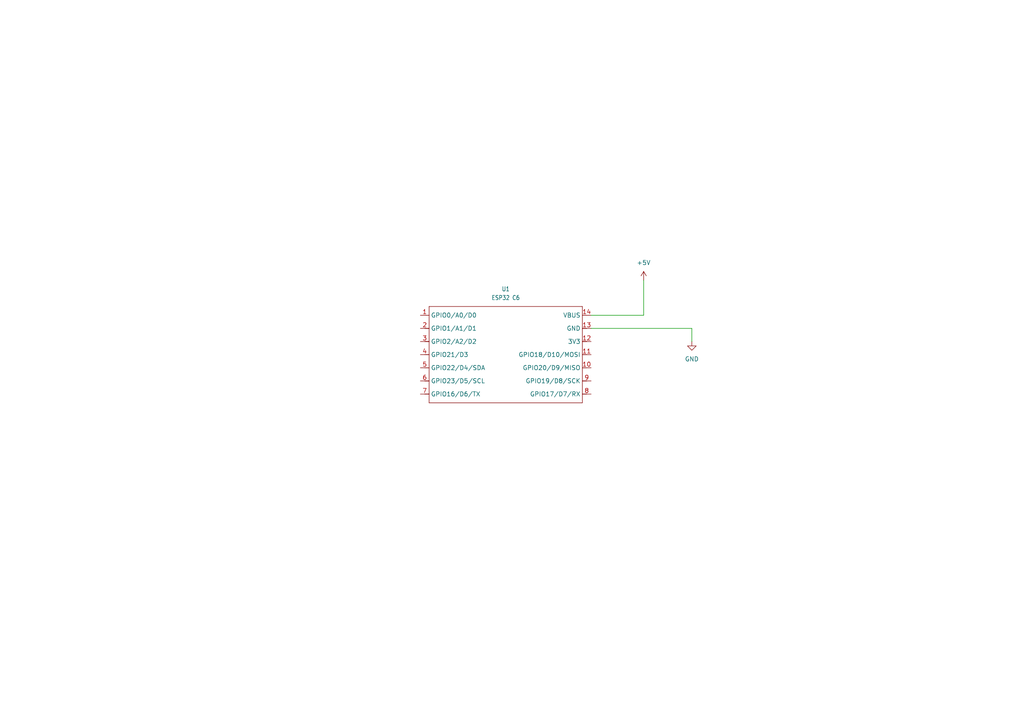
<source format=kicad_sch>
(kicad_sch (version 20250114) (generator "eeschema") (generator_version "9.0")
  (paper "A4")
  (title_block (title "Motorized Blinds") (date "2026-02-02"))
  (lib_symbols
    (symbol "Seeed_Studio_XIAO_Series:XIAO_ESP32-C6-DIP"
      (property "Reference" "U" (at -20.574 17.018 0))
      (property "Value" "XIAO-ESP32-C6" (at -15.24 14.986 0))
      (symbol "XIAO_ESP32-C6-DIP_1_0"
        (polyline (pts (xy -21.59 13.97) (xy 22.86 13.97)) (stroke (width 0.1524)))
        (polyline (pts (xy -21.59 11.43) (xy -22.86 11.43)) (stroke (width 0.1524)))
        (polyline (pts (xy -21.59 11.43) (xy -21.59 13.97)) (stroke (width 0.1524)))
        (polyline (pts (xy -21.59 7.62) (xy -22.86 7.62)) (stroke (width 0.1524)))
        (polyline (pts (xy -21.59 7.62) (xy -21.59 11.43)) (stroke (width 0.1524)))
        (polyline (pts (xy -21.59 3.81) (xy -22.86 3.81)) (stroke (width 0.1524)))
        (polyline (pts (xy -21.59 3.81) (xy -21.59 7.62)) (stroke (width 0.1524)))
        (polyline (pts (xy -21.59 0) (xy -22.86 0)) (stroke (width 0.1524)))
        (polyline (pts (xy -21.59 0) (xy -21.59 3.81)) (stroke (width 0.1524)))
        (polyline (pts (xy -21.59 -3.81) (xy -22.86 -3.81)) (stroke (width 0.1524)))
        (polyline (pts (xy -21.59 -7.62) (xy -22.86 -7.62)) (stroke (width 0.1524)))
        (polyline (pts (xy -21.59 -11.43) (xy -22.86 -11.43)) (stroke (width 0.1524)))
        (polyline (pts (xy -21.59 -13.97) (xy -21.59 0)) (stroke (width 0.1524)))
        (polyline (pts (xy 22.86 13.97) (xy 22.86 11.43)) (stroke (width 0.1524)))
        (polyline (pts (xy 22.86 11.43) (xy 22.86 7.62)) (stroke (width 0.1524)))
        (polyline (pts (xy 22.86 7.62) (xy 22.86 3.81)) (stroke (width 0.1524)))
        (polyline (pts (xy 22.86 3.81) (xy 22.86 -13.97)) (stroke (width 0.1524)))
        (polyline (pts (xy 22.86 -13.97) (xy -21.59 -13.97)) (stroke (width 0.1524)))
        (polyline (pts (xy 24.13 11.43) (xy 22.86 11.43)) (stroke (width 0.1524)))
        (polyline (pts (xy 24.13 7.62) (xy 22.86 7.62)) (stroke (width 0.1524)))
        (polyline (pts (xy 24.13 3.81) (xy 22.86 3.81)) (stroke (width 0.1524)))
        (polyline (pts (xy 24.13 0) (xy 22.86 0)) (stroke (width 0.1524)))
        (polyline (pts (xy 24.13 -3.81) (xy 22.86 -3.81)) (stroke (width 0.1524)))
        (polyline (pts (xy 24.13 -7.62) (xy 22.86 -7.62)) (stroke (width 0.1524)))
        (polyline (pts (xy 24.13 -11.43) (xy 22.86 -11.43)) (stroke (width 0.1524)))
        (pin passive line (at -24.13 11.43 0) (length 2.54) (name "GPIO0/A0/D0") (number "1"))
        (pin passive line (at -24.13 7.62 0) (length 2.54) (name "GPIO1/A1/D1") (number "2"))
        (pin passive line (at -24.13 3.81 0) (length 2.54) (name "GPIO2/A2/D2") (number "3"))
        (pin passive line (at -24.13 0 0) (length 2.54) (name "GPIO21/D3") (number "4"))
        (pin passive line (at -24.13 -3.81 0) (length 2.54) (name "GPIO22/D4/SDA") (number "5"))
        (pin passive line (at -24.13 -7.62 0) (length 2.54) (name "GPIO23/D5/SCL") (number "6"))
        (pin passive line (at -24.13 -11.43 0) (length 2.54) (name "GPIO16/D6/TX") (number "7"))
        (pin passive line (at 25.4 11.43 180) (length 2.54) (name "VBUS") (number "14"))
        (pin passive line (at 25.4 7.62 180) (length 2.54) (name "GND") (number "13"))
        (pin passive line (at 25.4 3.81 180) (length 2.54) (name "3V3") (number "12"))
        (pin passive line (at 25.4 0 180) (length 2.54) (name "GPIO18/D10/MOSI") (number "11"))
        (pin passive line (at 25.4 -3.81 180) (length 2.54) (name "GPIO20/D9/MISO") (number "10"))
        (pin passive line (at 25.4 -7.62 180) (length 2.54) (name "GPIO19/D8/SCK") (number "9"))
        (pin passive line (at 25.4 -11.43 180) (length 2.54) (name "GPIO17/D7/RX") (number "8"))
      )
    )
    (symbol "power:+5V" (power) (pin_numbers (hide yes)) (pin_names (offset 0) (hide yes))
      (property "Value" "+5V" (at 0 3.556 0))
      (symbol "+5V_0_1"
        (polyline (pts (xy -0.762 1.27) (xy 0 2.54)))
        (polyline (pts (xy 0 2.54) (xy 0.762 1.27)))
        (polyline (pts (xy 0 0) (xy 0 2.54)))
      )
      (symbol "+5V_1_1"
        (pin power_in line (at 0 0 90) (length 0) (name "~") (number "1"))
      )
    )
    (symbol "power:GND" (power) (pin_numbers (hide yes)) (pin_names (offset 0) (hide yes))
      (property "Value" "GND" (at 0 -3.81 0))
      (symbol "GND_0_1"
        (polyline (pts (xy 0 0) (xy 0 -1.27) (xy 1.27 -1.27) (xy 0 -2.54) (xy -1.27 -1.27) (xy 0 -1.27)))
      )
      (symbol "GND_1_1"
        (pin power_in line (at 0 0 270) (length 0) (name "~") (number "1"))
      )
    )
  )
  (wire (pts (xy 186.69 91.44) (xy 171.45 91.44)))
  (wire (pts (xy 200.66 99.06) (xy 200.66 95.25)))
  (wire (pts (xy 186.69 81.28) (xy 186.69 91.44)))
  (wire (pts (xy 171.45 95.25) (xy 200.66 95.25)))
  (symbol (lib_id "power:GND") (at 200.66 99.06 0) (unit 1)
    (property "Reference" "#PWR01" (effects (hide yes)))
    (property "Value" "GND" (at 200.66 104.14 0))
    (property "Description" "Power symbol creates a global label with name \"GND\" , ground" (effects (hide yes)))
  )
  (symbol (lib_id "Seeed_Studio_XIAO_Series:XIAO_ESP32-C6-DIP") (at 146.05 102.87 0) (unit 1)
    (property "Reference" "U1" (at 146.685 83.82 0) (effects (font (size 1.27 1.0795))))
    (property "Value" "ESP32 C6" (at 146.685 86.36 0) (effects (font (size 1.27 1.0795))))
    (property "Footprint" "Module:MOUDLE14P-XIAO-DIP-SMD" (effects (hide yes)))
    (property "SKU" "XIAO-DIP" (effects (hide yes)))
  )
  (symbol (lib_id "power:+5V") (at 186.69 81.28 0) (unit 1)
    (property "Reference" "#PWR02" (effects (hide yes)))
    (property "Value" "+5V" (at 186.69 76.2 0))
    (property "Description" "Power symbol creates a global label with name \"+5V\"" (effects (hide yes)))
  )
)
</source>
